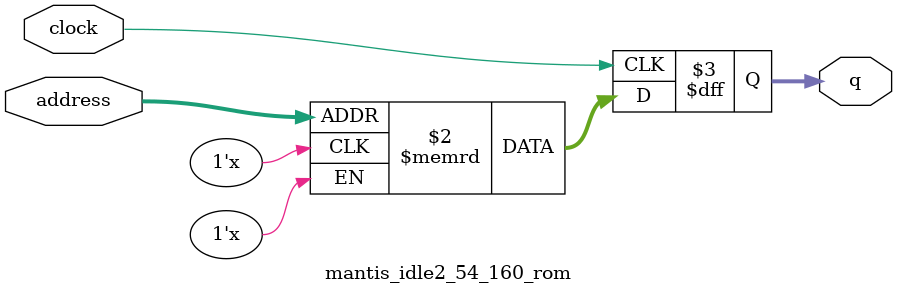
<source format=sv>
module mantis_idle2_54_160_rom (
	input logic clock,
	input logic [13:0] address,
	output logic [2:0] q
);

logic [2:0] memory [0:11199] /* synthesis ram_init_file = "./mantis_idle2_54_160/mantis_idle2_54_160.mif" */;

always_ff @ (posedge clock) begin
	q <= memory[address];
end

endmodule

</source>
